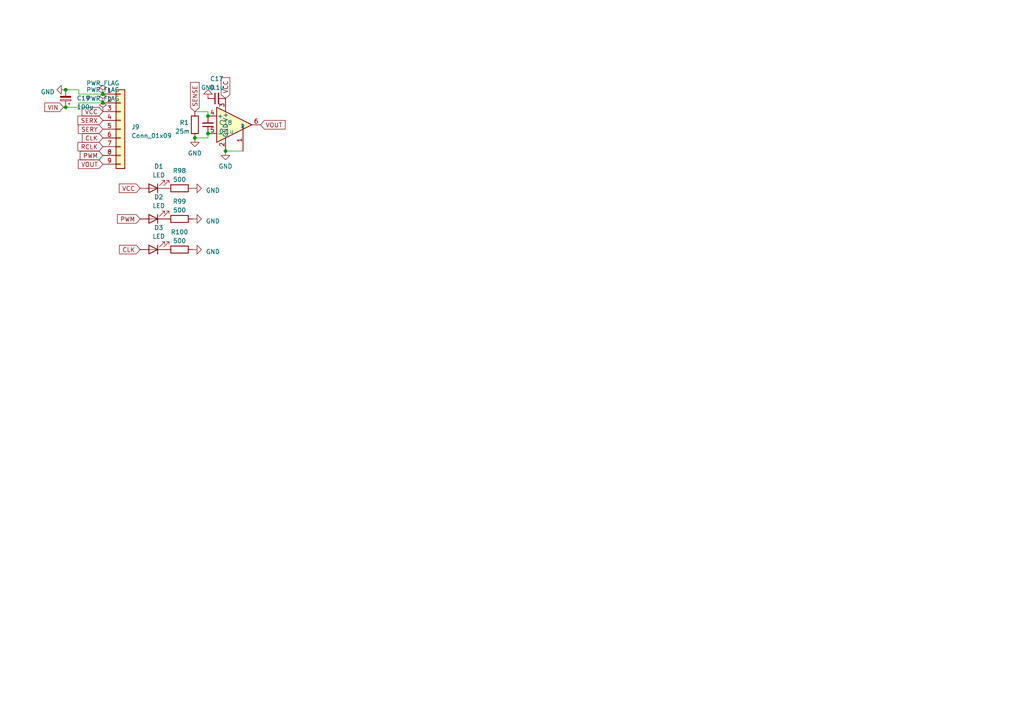
<source format=kicad_sch>
(kicad_sch (version 20230121) (generator eeschema)
  (paper "A4")
  (lib_symbols
    (symbol "Amplifier_Current:INA199xxDCK" (pin_names (offset 0.127))
      (property "Reference" "U" (at 3.81 3.81 0))
      (property "Value" "INA199xxDCK" (at 3.81 -2.54 0))
      (symbol "INA199xxDCK_0_1"
        (polyline (pts (xy 5.08 0) (xy -5.08 5.08) (xy -5.08 -5.08) (xy 5.08 0)) (stroke (width 0.254)) (fill (type background)))
      )
      (symbol "INA199xxDCK_1_1"
        (pin input line (at 2.54 -7.62 90) (length 6.35) (name "REF") (number "1"))
        (pin power_in line (at -2.54 -7.62 90) (length 3.81) (name "GND") (number "2"))
        (pin power_in line (at -2.54 7.62 270) (length 3.81) (name "V+") (number "3"))
        (pin input line (at -7.62 2.54 0) (length 2.54) (name "+") (number "4"))
        (pin input line (at -7.62 -2.54 0) (length 2.54) (name "-") (number "5"))
        (pin output line (at 7.62 0 180) (length 2.54) (name "~") (number "6"))
      )
    )
    (symbol "Connector_Generic:Conn_01x09" (pin_names (offset 1.016) hide)
      (property "Reference" "J" (at 0 12.7 0))
      (property "Value" "Conn_01x09" (at 0 -12.7 0))
      (symbol "Conn_01x09_1_1"
        (rectangle (start -1.27 -10.033) (end 0 -10.287) (stroke (width 0.1524)))
        (rectangle (start -1.27 -7.493) (end 0 -7.747) (stroke (width 0.1524)))
        (rectangle (start -1.27 -4.953) (end 0 -5.207) (stroke (width 0.1524)))
        (rectangle (start -1.27 -2.413) (end 0 -2.667) (stroke (width 0.1524)))
        (rectangle (start -1.27 0.127) (end 0 -0.127) (stroke (width 0.1524)))
        (rectangle (start -1.27 2.667) (end 0 2.413) (stroke (width 0.1524)))
        (rectangle (start -1.27 5.207) (end 0 4.953) (stroke (width 0.1524)))
        (rectangle (start -1.27 7.747) (end 0 7.493) (stroke (width 0.1524)))
        (rectangle (start -1.27 10.287) (end 0 10.033) (stroke (width 0.1524)))
        (rectangle (start -1.27 11.43) (end 1.27 -11.43) (stroke (width 0.254)) (fill (type background)))
        (pin passive line (at -5.08 10.16 0) (length 3.81) (name "Pin_1") (number "1"))
        (pin passive line (at -5.08 7.62 0) (length 3.81) (name "Pin_2") (number "2"))
        (pin passive line (at -5.08 5.08 0) (length 3.81) (name "Pin_3") (number "3"))
        (pin passive line (at -5.08 2.54 0) (length 3.81) (name "Pin_4") (number "4"))
        (pin passive line (at -5.08 0 0) (length 3.81) (name "Pin_5") (number "5"))
        (pin passive line (at -5.08 -2.54 0) (length 3.81) (name "Pin_6") (number "6"))
        (pin passive line (at -5.08 -5.08 0) (length 3.81) (name "Pin_7") (number "7"))
        (pin passive line (at -5.08 -7.62 0) (length 3.81) (name "Pin_8") (number "8"))
        (pin passive line (at -5.08 -10.16 0) (length 3.81) (name "Pin_9") (number "9"))
      )
    )
    (symbol "Device:C_Polarized_Small" (pin_numbers hide) (pin_names (offset 0.254) hide)
      (property "Reference" "C" (at 0.254 1.778 0))
      (property "Value" "C_Polarized_Small" (at 0.254 -2.032 0))
      (symbol "C_Polarized_Small_0_1"
        (rectangle (start -1.524 -0.3048) (end 1.524 -0.6858) (fill (type outline)))
        (rectangle (start -1.524 0.6858) (end 1.524 0.3048))
        (polyline (pts (xy -1.27 1.524) (xy -0.762 1.524)))
        (polyline (pts (xy -1.016 1.27) (xy -1.016 1.778)))
      )
      (symbol "C_Polarized_Small_1_1"
        (pin passive line (at 0 2.54 270) (length 1.8542) (name "~") (number "1"))
        (pin passive line (at 0 -2.54 90) (length 1.8542) (name "~") (number "2"))
      )
    )
    (symbol "Device:C_Small" (pin_numbers hide) (pin_names (offset 0.254) hide)
      (property "Reference" "C" (at 0.254 1.778 0))
      (property "Value" "C_Small" (at 0.254 -2.032 0))
      (symbol "C_Small_0_1"
        (polyline (pts (xy -1.524 -0.508) (xy 1.524 -0.508)) (stroke (width 0.3302)))
        (polyline (pts (xy -1.524 0.508) (xy 1.524 0.508)) (stroke (width 0.3048)))
      )
      (symbol "C_Small_1_1"
        (pin passive line (at 0 2.54 270) (length 2.032) (name "~") (number "1"))
        (pin passive line (at 0 -2.54 90) (length 2.032) (name "~") (number "2"))
      )
    )
    (symbol "Device:LED" (pin_numbers hide) (pin_names (offset 1.016) hide)
      (property "Reference" "D" (at 0 2.54 0))
      (property "Value" "LED" (at 0 -2.54 0))
      (symbol "LED_0_1"
        (polyline (pts (xy -1.27 -1.27) (xy -1.27 1.27)) (stroke (width 0.254)))
        (polyline (pts (xy -1.27 0) (xy 1.27 0)))
        (polyline (pts (xy 1.27 -1.27) (xy 1.27 1.27) (xy -1.27 0) (xy 1.27 -1.27)) (stroke (width 0.254)))
        (polyline (pts (xy -3.048 -0.762) (xy -4.572 -2.286) (xy -3.81 -2.286) (xy -4.572 -2.286) (xy -4.572 -1.524)))
        (polyline (pts (xy -1.778 -0.762) (xy -3.302 -2.286) (xy -2.54 -2.286) (xy -3.302 -2.286) (xy -3.302 -1.524)))
      )
      (symbol "LED_1_1"
        (pin passive line (at -3.81 0 0) (length 2.54) (name "K") (number "1"))
        (pin passive line (at 3.81 0 180) (length 2.54) (name "A") (number "2"))
      )
    )
    (symbol "Device:R" (pin_numbers hide) (pin_names (offset 0))
      (property "Reference" "R" (at 2.032 0 90))
      (property "Value" "R" (at 0 0 90))
      (symbol "R_0_1"
        (rectangle (start -1.016 -2.54) (end 1.016 2.54) (stroke (width 0.254)))
      )
      (symbol "R_1_1"
        (pin passive line (at 0 3.81 270) (length 1.27) (name "~") (number "1"))
        (pin passive line (at 0 -3.81 90) (length 1.27) (name "~") (number "2"))
      )
    )
    (symbol "power:GND" (power) (pin_names (offset 0))
      (property "Value" "GND" (at 0 -3.81 0))
      (symbol "GND_0_1"
        (polyline (pts (xy 0 0) (xy 0 -1.27) (xy 1.27 -1.27) (xy 0 -2.54) (xy -1.27 -1.27) (xy 0 -1.27)))
      )
      (symbol "GND_1_1"
        (pin power_in line (at 0 0 270) (length 0) hide (name "GND") (number "1"))
      )
    )
    (symbol "power:PWR_FLAG" (power) (pin_numbers hide) (pin_names (offset 0) hide)
      (property "Value" "PWR_FLAG" (at 0 3.81 0))
      (symbol "PWR_FLAG_0_0"
        (pin power_out line (at 0 0 90) (length 0) (name "pwr") (number "1"))
      )
      (symbol "PWR_FLAG_0_1"
        (polyline (pts (xy 0 0) (xy 0 1.27) (xy -1.016 1.905) (xy 0 2.54) (xy 1.016 1.905) (xy 0 1.27)))
      )
    )
  )
  (junction (at 65.405 43.815))
  (junction (at 19.05 26.035))
  (junction (at 56.515 40.005))
  (junction (at 19.05 31.115))
  (junction (at 29.845 27.305))
  (junction (at 60.325 33.655))
  (junction (at 60.325 38.735))
  (junction (at 29.845 29.845))
  (wire (pts (xy 65.405 43.815) (xy 70.485 43.815)))
  (wire (pts (xy 22.86 31.115) (xy 22.86 29.845)))
  (wire (pts (xy 56.515 40.005) (xy 60.325 40.005)))
  (wire (pts (xy 22.86 29.845) (xy 29.845 29.845)))
  (wire (pts (xy 22.86 26.035) (xy 22.86 27.305)))
  (wire (pts (xy 19.05 31.115) (xy 22.86 31.115)))
  (wire (pts (xy 19.05 26.035) (xy 22.86 26.035)))
  (wire (pts (xy 22.86 27.305) (xy 29.845 27.305)))
  (wire (pts (xy 18.415 31.115) (xy 19.05 31.115)))
  (wire (pts (xy 56.515 32.385) (xy 60.325 32.385)))
  (wire (pts (xy 60.325 40.005) (xy 60.325 38.735)))
  (wire (pts (xy 60.325 32.385) (xy 60.325 33.655)))
  (global_label "SERX" (shape input) (at 29.845 34.925 180) (property "Intersheetrefs" "${INTERSHEET_REFS}" (effects hide)))
  (global_label "VIN" (shape input) (at 18.415 31.115 180) (property "Intersheetrefs" "${INTERSHEET_REFS}" (effects hide)))
  (global_label "PWM" (shape input) (at 40.64 63.5 180) (property "Intersheetrefs" "${INTERSHEET_REFS}" (effects hide)))
  (global_label "VCC" (shape input) (at 29.845 32.385 180) (property "Intersheetrefs" "${INTERSHEET_REFS}" (effects hide)))
  (global_label "SENSE" (shape input) (at 56.515 32.385 90) (property "Intersheetrefs" "${INTERSHEET_REFS}" (effects hide)))
  (global_label "CLK" (shape input) (at 40.64 72.39 180) (property "Intersheetrefs" "${INTERSHEET_REFS}" (effects hide)))
  (global_label "SERY" (shape input) (at 29.845 37.465 180) (property "Intersheetrefs" "${INTERSHEET_REFS}" (effects hide)))
  (global_label "VOUT" (shape input) (at 29.845 47.625 180) (property "Intersheetrefs" "${INTERSHEET_REFS}" (effects hide)))
  (global_label "RCLK" (shape input) (at 29.845 42.545 180) (property "Intersheetrefs" "${INTERSHEET_REFS}" (effects hide)))
  (global_label "VCC" (shape input) (at 65.405 28.575 90) (property "Intersheetrefs" "${INTERSHEET_REFS}" (effects hide)))
  (global_label "VCC" (shape input) (at 40.64 54.61 180) (property "Intersheetrefs" "${INTERSHEET_REFS}" (effects hide)))
  (global_label "VOUT" (shape input) (at 75.565 36.195 0) (property "Intersheetrefs" "${INTERSHEET_REFS}" (effects hide)))
  (global_label "PWM" (shape input) (at 29.845 45.085 180) (property "Intersheetrefs" "${INTERSHEET_REFS}" (effects hide)))
  (global_label "CLK" (shape input) (at 29.845 40.005 180) (property "Intersheetrefs" "${INTERSHEET_REFS}" (effects hide)))
  (symbol (lib_id "power:GND") (at 55.88 63.5 90) (unit 1)
    (property "Reference" "#PWR0140" (effects hide))
    (property "Value" "GND" (at 59.69 64.135 90) (effects (justify right)))
  )
  (symbol (lib_id "Connector_Generic:Conn_01x09") (at 34.925 37.465 0) (unit 1)
    (property "Reference" "J9" (at 38.1 36.83 0) (effects (justify left)))
    (property "Value" "Conn_01x09" (at 38.1 39.37 0) (effects (justify left)))
    (property "Footprint" "Connector_PinSocket_2.54mm:PinSocket_1x09_P2.54mm_Vertical" (effects hide))
  )
  (symbol (lib_id "power:GND") (at 60.325 28.575 180) (unit 1)
    (property "Reference" "#PWR0138" (effects hide))
    (property "Value" "GND" (at 60.325 25.4 0))
  )
  (symbol (lib_id "Device:C_Small") (at 62.865 28.575 90) (unit 1)
    (property "Reference" "C17" (at 62.8713 22.86 90))
    (property "Value" "0.1u" (at 62.8713 25.4 90))
    (property "Footprint" "Capacitor_SMD:C_0402_1005Metric" (effects hide))
  )
  (symbol (lib_id "power:GND") (at 55.88 72.39 90) (unit 1)
    (property "Reference" "#PWR0141" (effects hide))
    (property "Value" "GND" (at 59.69 73.025 90) (effects (justify right)))
  )
  (symbol (lib_id "Device:R") (at 52.07 63.5 90) (unit 1)
    (property "Reference" "R99" (at 52.07 58.42 90))
    (property "Value" "500" (at 52.07 60.96 90))
    (property "Footprint" "Resistor_SMD:R_0402_1005Metric" (effects hide))
  )
  (symbol (lib_id "Device:C_Polarized_Small") (at 19.05 28.575 180) (unit 1)
    (property "Reference" "C19" (at 22.225 28.4861 0) (effects (justify right)))
    (property "Value" "100u" (at 22.225 31.0261 0) (effects (justify right)))
    (property "Footprint" "Capacitor_THT:CP_Radial_D10.0mm_P5.00mm" (effects hide))
  )
  (symbol (lib_id "Device:C_Small") (at 60.325 36.195 180) (unit 1)
    (property "Reference" "C18" (at 63.5 35.5536 0) (effects (justify right)))
    (property "Value" "0.1u" (at 63.5 38.0936 0) (effects (justify right)))
    (property "Footprint" "Capacitor_SMD:C_0402_1005Metric" (effects hide))
  )
  (symbol (lib_id "Device:LED") (at 44.45 63.5 180) (unit 1)
    (property "Reference" "D2" (at 46.0375 57.15 0))
    (property "Value" "LED" (at 46.0375 59.69 0))
    (property "Footprint" "LED_SMD:LED_0603_1608Metric" (effects hide))
  )
  (symbol (lib_id "power:GND") (at 19.05 26.035 270) (unit 1)
    (property "Reference" "#PWR020" (effects hide))
    (property "Value" "GND" (at 15.875 26.67 90) (effects (justify right)))
  )
  (symbol (lib_id "Device:R") (at 52.07 72.39 90) (unit 1)
    (property "Reference" "R100" (at 52.07 67.31 90))
    (property "Value" "500" (at 52.07 69.85 90))
    (property "Footprint" "Resistor_SMD:R_0402_1005Metric" (effects hide))
  )
  (symbol (lib_id "Device:R") (at 52.07 54.61 90) (unit 1)
    (property "Reference" "R98" (at 52.07 49.53 90))
    (property "Value" "500" (at 52.07 52.07 90))
    (property "Footprint" "Resistor_SMD:R_0402_1005Metric" (effects hide))
  )
  (symbol (lib_id "Amplifier_Current:INA199xxDCK") (at 67.945 36.195 0) (unit 1)
    (property "Reference" "U1" (effects hide))
    (property "Value" "INA199xxDCK" (effects hide))
    (property "Footprint" "Package_TO_SOT_SMD:SOT-363_SC-70-6" (effects hide))
    (property "Datasheet" "http://www.ti.com/lit/ds/symlink/ina199.pdf" (effects hide))
  )
  (symbol (lib_id "power:GND") (at 65.405 43.815 0) (unit 1)
    (property "Reference" "#PWR022" (effects hide))
    (property "Value" "GND" (at 65.405 48.26 0))
  )
  (symbol (lib_id "power:PWR_FLAG") (at 29.845 27.305 0) (unit 1)
    (property "Reference" "#FLG01" (effects hide))
    (property "Value" "PWR_FLAG" (at 29.845 24.13 0))
  )
  (symbol (lib_id "power:GND") (at 56.515 40.005 0) (unit 1)
    (property "Reference" "#PWR021" (effects hide))
    (property "Value" "GND" (at 56.515 44.45 0))
  )
  (symbol (lib_id "Device:LED") (at 44.45 72.39 180) (unit 1)
    (property "Reference" "D3" (at 46.0375 66.04 0))
    (property "Value" "LED" (at 46.0375 68.58 0))
    (property "Footprint" "LED_SMD:LED_0603_1608Metric" (effects hide))
  )
  (symbol (lib_id "power:PWR_FLAG") (at 29.845 32.385 0) (unit 1)
    (property "Reference" "#FLG03" (effects hide))
    (property "Value" "PWR_FLAG" (at 29.845 28.575 0))
  )
  (symbol (lib_id "Device:LED") (at 44.45 54.61 180) (unit 1)
    (property "Reference" "D1" (at 46.0375 48.26 0))
    (property "Value" "LED" (at 46.0375 50.8 0))
    (property "Footprint" "LED_SMD:LED_0603_1608Metric" (effects hide))
  )
  (symbol (lib_id "power:GND") (at 55.88 54.61 90) (unit 1)
    (property "Reference" "#PWR0139" (effects hide))
    (property "Value" "GND" (at 59.69 55.245 90) (effects (justify right)))
  )
  (symbol (lib_id "power:PWR_FLAG") (at 29.845 29.845 0) (unit 1)
    (property "Reference" "#FLG02" (effects hide))
    (property "Value" "PWR_FLAG" (at 29.845 26.035 0))
  )
  (symbol (lib_id "Device:R") (at 56.515 36.195 0) (unit 1)
    (property "Reference" "R1" (at 52.07 35.56 0) (effects (justify left)))
    (property "Value" "25m" (at 50.8 38.1 0) (effects (justify left)))
    (property "Footprint" "Resistor_SMD:R_1206_3216Metric" (effects hide))
  )
  (sheet (at 80.01 219.71) (size 127 61.595) (stroke (width 0.1524))
    (property "Sheetname" "X_Control" (at 80.01 218.9984 0) (effects (justify left bottom)))
    (property "Sheetfile" "X_Control.kicad_sch" (at 80.01 281.8896 0) (effects (justify left top)))
  )
  (sheet (at -104.14 28.575) (size 93.98 146.05) (stroke (width 0.1524))
    (property "Sheetname" "Y_Control" (at -104.14 27.8634 0) (effects (justify left bottom)))
    (property "Sheetfile" "Y_Control.kicad_sch" (at -104.14 175.2096 0) (effects (justify left top)))
  )
)
</source>
